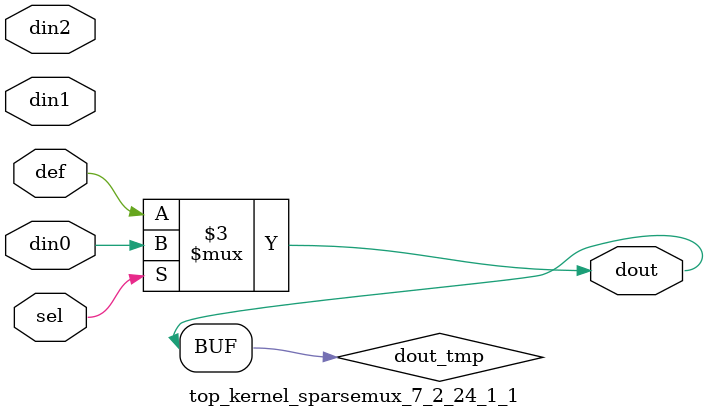
<source format=v>
`timescale 1ns / 1ps

module top_kernel_sparsemux_7_2_24_1_1 (din0,din1,din2,def,sel,dout);

parameter din0_WIDTH = 1;

parameter din1_WIDTH = 1;

parameter din2_WIDTH = 1;

parameter def_WIDTH = 1;
parameter sel_WIDTH = 1;
parameter dout_WIDTH = 1;

parameter [sel_WIDTH-1:0] CASE0 = 1;

parameter [sel_WIDTH-1:0] CASE1 = 1;

parameter [sel_WIDTH-1:0] CASE2 = 1;

parameter ID = 1;
parameter NUM_STAGE = 1;



input [din0_WIDTH-1:0] din0;

input [din1_WIDTH-1:0] din1;

input [din2_WIDTH-1:0] din2;

input [def_WIDTH-1:0] def;
input [sel_WIDTH-1:0] sel;

output [dout_WIDTH-1:0] dout;



reg [dout_WIDTH-1:0] dout_tmp;


always @ (*) begin
(* parallel_case *) case (sel)
    
    CASE0 : dout_tmp = din0;
    
    CASE1 : dout_tmp = din1;
    
    CASE2 : dout_tmp = din2;
    
    default : dout_tmp = def;
endcase
end


assign dout = dout_tmp;



endmodule

</source>
